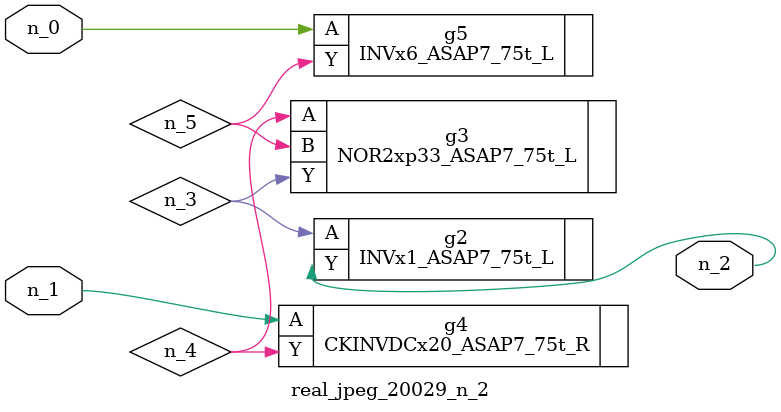
<source format=v>
module real_jpeg_20029_n_2 (n_1, n_0, n_2);

input n_1;
input n_0;

output n_2;

wire n_5;
wire n_4;
wire n_3;

INVx6_ASAP7_75t_L g5 ( 
.A(n_0),
.Y(n_5)
);

CKINVDCx20_ASAP7_75t_R g4 ( 
.A(n_1),
.Y(n_4)
);

INVx1_ASAP7_75t_L g2 ( 
.A(n_3),
.Y(n_2)
);

NOR2xp33_ASAP7_75t_L g3 ( 
.A(n_4),
.B(n_5),
.Y(n_3)
);


endmodule
</source>
